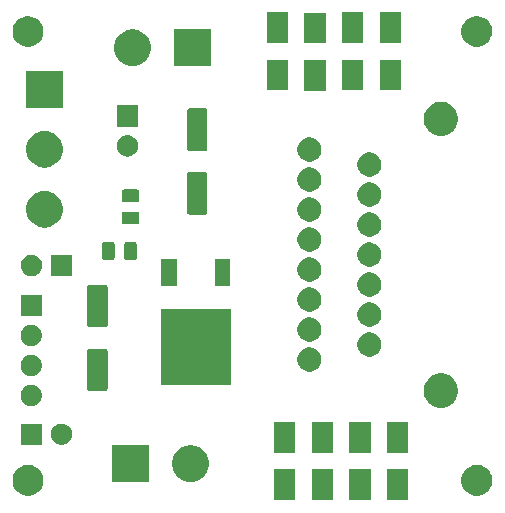
<source format=gbr>
G04 #@! TF.GenerationSoftware,KiCad,Pcbnew,5.1.5-52549c5~86~ubuntu16.04.1*
G04 #@! TF.CreationDate,2020-07-28T14:01:40+05:30*
G04 #@! TF.ProjectId,L298N_Motor_Driver_V1.0,4c323938-4e5f-44d6-9f74-6f725f447269,V1.0*
G04 #@! TF.SameCoordinates,Original*
G04 #@! TF.FileFunction,Soldermask,Top*
G04 #@! TF.FilePolarity,Negative*
%FSLAX46Y46*%
G04 Gerber Fmt 4.6, Leading zero omitted, Abs format (unit mm)*
G04 Created by KiCad (PCBNEW 5.1.5-52549c5~86~ubuntu16.04.1) date 2020-07-28 14:01:40*
%MOMM*%
%LPD*%
G04 APERTURE LIST*
%ADD10C,0.100000*%
G04 APERTURE END LIST*
D10*
G36*
X153478800Y-113079800D02*
G01*
X151676800Y-113079800D01*
X151676800Y-110477800D01*
X153478800Y-110477800D01*
X153478800Y-113079800D01*
G37*
G36*
X150278400Y-113054400D02*
G01*
X148476400Y-113054400D01*
X148476400Y-110452400D01*
X150278400Y-110452400D01*
X150278400Y-113054400D01*
G37*
G36*
X147103400Y-113054400D02*
G01*
X145301400Y-113054400D01*
X145301400Y-110452400D01*
X147103400Y-110452400D01*
X147103400Y-113054400D01*
G37*
G36*
X143877600Y-113054400D02*
G01*
X142075600Y-113054400D01*
X142075600Y-110452400D01*
X143877600Y-110452400D01*
X143877600Y-113054400D01*
G37*
G36*
X121649887Y-110140396D02*
G01*
X121886653Y-110238468D01*
X121886655Y-110238469D01*
X122099739Y-110380847D01*
X122280953Y-110562061D01*
X122384261Y-110716672D01*
X122423332Y-110775147D01*
X122521404Y-111011913D01*
X122571400Y-111263261D01*
X122571400Y-111519539D01*
X122521404Y-111770887D01*
X122423332Y-112007653D01*
X122423331Y-112007655D01*
X122280953Y-112220739D01*
X122099739Y-112401953D01*
X121886655Y-112544331D01*
X121886654Y-112544332D01*
X121886653Y-112544332D01*
X121649887Y-112642404D01*
X121398539Y-112692400D01*
X121142261Y-112692400D01*
X120890913Y-112642404D01*
X120654147Y-112544332D01*
X120654146Y-112544332D01*
X120654145Y-112544331D01*
X120441061Y-112401953D01*
X120259847Y-112220739D01*
X120117469Y-112007655D01*
X120117468Y-112007653D01*
X120019396Y-111770887D01*
X119969400Y-111519539D01*
X119969400Y-111263261D01*
X120019396Y-111011913D01*
X120117468Y-110775147D01*
X120156540Y-110716672D01*
X120259847Y-110562061D01*
X120441061Y-110380847D01*
X120654145Y-110238469D01*
X120654147Y-110238468D01*
X120890913Y-110140396D01*
X121142261Y-110090400D01*
X121398539Y-110090400D01*
X121649887Y-110140396D01*
G37*
G36*
X159649887Y-110140396D02*
G01*
X159886653Y-110238468D01*
X159886655Y-110238469D01*
X160099739Y-110380847D01*
X160280953Y-110562061D01*
X160384261Y-110716672D01*
X160423332Y-110775147D01*
X160521404Y-111011913D01*
X160571400Y-111263261D01*
X160571400Y-111519539D01*
X160521404Y-111770887D01*
X160423332Y-112007653D01*
X160423331Y-112007655D01*
X160280953Y-112220739D01*
X160099739Y-112401953D01*
X159886655Y-112544331D01*
X159886654Y-112544332D01*
X159886653Y-112544332D01*
X159649887Y-112642404D01*
X159398539Y-112692400D01*
X159142261Y-112692400D01*
X158890913Y-112642404D01*
X158654147Y-112544332D01*
X158654146Y-112544332D01*
X158654145Y-112544331D01*
X158441061Y-112401953D01*
X158259847Y-112220739D01*
X158117469Y-112007655D01*
X158117468Y-112007653D01*
X158019396Y-111770887D01*
X157969400Y-111519539D01*
X157969400Y-111263261D01*
X158019396Y-111011913D01*
X158117468Y-110775147D01*
X158156540Y-110716672D01*
X158259847Y-110562061D01*
X158441061Y-110380847D01*
X158654145Y-110238469D01*
X158654147Y-110238468D01*
X158890913Y-110140396D01*
X159142261Y-110090400D01*
X159398539Y-110090400D01*
X159649887Y-110140396D01*
G37*
G36*
X131497400Y-111533000D02*
G01*
X128395400Y-111533000D01*
X128395400Y-108431000D01*
X131497400Y-108431000D01*
X131497400Y-111533000D01*
G37*
G36*
X135328985Y-108460802D02*
G01*
X135478810Y-108490604D01*
X135761074Y-108607521D01*
X136015105Y-108777259D01*
X136231141Y-108993295D01*
X136400879Y-109247326D01*
X136517796Y-109529590D01*
X136577400Y-109829240D01*
X136577400Y-110134760D01*
X136517796Y-110434410D01*
X136400879Y-110716674D01*
X136231141Y-110970705D01*
X136015105Y-111186741D01*
X135761074Y-111356479D01*
X135478810Y-111473396D01*
X135328985Y-111503198D01*
X135179161Y-111533000D01*
X134873639Y-111533000D01*
X134723815Y-111503198D01*
X134573990Y-111473396D01*
X134291726Y-111356479D01*
X134037695Y-111186741D01*
X133821659Y-110970705D01*
X133651921Y-110716674D01*
X133535004Y-110434410D01*
X133475400Y-110134760D01*
X133475400Y-109829240D01*
X133535004Y-109529590D01*
X133651921Y-109247326D01*
X133821659Y-108993295D01*
X134037695Y-108777259D01*
X134291726Y-108607521D01*
X134573990Y-108490604D01*
X134723815Y-108460802D01*
X134873639Y-108431000D01*
X135179161Y-108431000D01*
X135328985Y-108460802D01*
G37*
G36*
X153478800Y-109079800D02*
G01*
X151676800Y-109079800D01*
X151676800Y-106477800D01*
X153478800Y-106477800D01*
X153478800Y-109079800D01*
G37*
G36*
X143877600Y-109054400D02*
G01*
X142075600Y-109054400D01*
X142075600Y-106452400D01*
X143877600Y-106452400D01*
X143877600Y-109054400D01*
G37*
G36*
X147103400Y-109054400D02*
G01*
X145301400Y-109054400D01*
X145301400Y-106452400D01*
X147103400Y-106452400D01*
X147103400Y-109054400D01*
G37*
G36*
X150278400Y-109054400D02*
G01*
X148476400Y-109054400D01*
X148476400Y-106452400D01*
X150278400Y-106452400D01*
X150278400Y-109054400D01*
G37*
G36*
X122465400Y-108393800D02*
G01*
X120663400Y-108393800D01*
X120663400Y-106591800D01*
X122465400Y-106591800D01*
X122465400Y-108393800D01*
G37*
G36*
X124217912Y-106596727D02*
G01*
X124367212Y-106626424D01*
X124531184Y-106694344D01*
X124678754Y-106792947D01*
X124804253Y-106918446D01*
X124902856Y-107066016D01*
X124970776Y-107229988D01*
X125005400Y-107404059D01*
X125005400Y-107581541D01*
X124970776Y-107755612D01*
X124902856Y-107919584D01*
X124804253Y-108067154D01*
X124678754Y-108192653D01*
X124531184Y-108291256D01*
X124367212Y-108359176D01*
X124217912Y-108388873D01*
X124193142Y-108393800D01*
X124015658Y-108393800D01*
X123990888Y-108388873D01*
X123841588Y-108359176D01*
X123677616Y-108291256D01*
X123530046Y-108192653D01*
X123404547Y-108067154D01*
X123305944Y-107919584D01*
X123238024Y-107755612D01*
X123203400Y-107581541D01*
X123203400Y-107404059D01*
X123238024Y-107229988D01*
X123305944Y-107066016D01*
X123404547Y-106918446D01*
X123530046Y-106792947D01*
X123677616Y-106694344D01*
X123841588Y-106626424D01*
X123990888Y-106596727D01*
X124015658Y-106591800D01*
X124193142Y-106591800D01*
X124217912Y-106596727D01*
G37*
G36*
X156654841Y-102408360D02*
G01*
X156918905Y-102517739D01*
X157156558Y-102676534D01*
X157358666Y-102878642D01*
X157517461Y-103116295D01*
X157626840Y-103380359D01*
X157682600Y-103660688D01*
X157682600Y-103946512D01*
X157626840Y-104226841D01*
X157517461Y-104490905D01*
X157358666Y-104728558D01*
X157156558Y-104930666D01*
X156918905Y-105089461D01*
X156654841Y-105198840D01*
X156374512Y-105254600D01*
X156088688Y-105254600D01*
X155808359Y-105198840D01*
X155544295Y-105089461D01*
X155306642Y-104930666D01*
X155104534Y-104728558D01*
X154945739Y-104490905D01*
X154836360Y-104226841D01*
X154780600Y-103946512D01*
X154780600Y-103660688D01*
X154836360Y-103380359D01*
X154945739Y-103116295D01*
X155104534Y-102878642D01*
X155306642Y-102676534D01*
X155544295Y-102517739D01*
X155808359Y-102408360D01*
X156088688Y-102352600D01*
X156374512Y-102352600D01*
X156654841Y-102408360D01*
G37*
G36*
X121652512Y-103320127D02*
G01*
X121801812Y-103349824D01*
X121965784Y-103417744D01*
X122113354Y-103516347D01*
X122238853Y-103641846D01*
X122337456Y-103789416D01*
X122405376Y-103953388D01*
X122440000Y-104127459D01*
X122440000Y-104304941D01*
X122405376Y-104479012D01*
X122337456Y-104642984D01*
X122238853Y-104790554D01*
X122113354Y-104916053D01*
X121965784Y-105014656D01*
X121801812Y-105082576D01*
X121652512Y-105112273D01*
X121627742Y-105117200D01*
X121450258Y-105117200D01*
X121425488Y-105112273D01*
X121276188Y-105082576D01*
X121112216Y-105014656D01*
X120964646Y-104916053D01*
X120839147Y-104790554D01*
X120740544Y-104642984D01*
X120672624Y-104479012D01*
X120638000Y-104304941D01*
X120638000Y-104127459D01*
X120672624Y-103953388D01*
X120740544Y-103789416D01*
X120839147Y-103641846D01*
X120964646Y-103516347D01*
X121112216Y-103417744D01*
X121276188Y-103349824D01*
X121425488Y-103320127D01*
X121450258Y-103315200D01*
X121627742Y-103315200D01*
X121652512Y-103320127D01*
G37*
G36*
X127858397Y-100242451D02*
G01*
X127892052Y-100252661D01*
X127923065Y-100269238D01*
X127950251Y-100291549D01*
X127972562Y-100318735D01*
X127989139Y-100349748D01*
X127999349Y-100383403D01*
X128003400Y-100424538D01*
X128003400Y-103654262D01*
X127999349Y-103695397D01*
X127989139Y-103729052D01*
X127972562Y-103760065D01*
X127950251Y-103787251D01*
X127923065Y-103809562D01*
X127892052Y-103826139D01*
X127858397Y-103836349D01*
X127817262Y-103840400D01*
X126487538Y-103840400D01*
X126446403Y-103836349D01*
X126412748Y-103826139D01*
X126381735Y-103809562D01*
X126354549Y-103787251D01*
X126332238Y-103760065D01*
X126315661Y-103729052D01*
X126305451Y-103695397D01*
X126301400Y-103654262D01*
X126301400Y-100424538D01*
X126305451Y-100383403D01*
X126315661Y-100349748D01*
X126332238Y-100318735D01*
X126354549Y-100291549D01*
X126381735Y-100269238D01*
X126412748Y-100252661D01*
X126446403Y-100242451D01*
X126487538Y-100238400D01*
X127817262Y-100238400D01*
X127858397Y-100242451D01*
G37*
G36*
X138434600Y-103369600D02*
G01*
X132532600Y-103369600D01*
X132532600Y-96867600D01*
X138434600Y-96867600D01*
X138434600Y-103369600D01*
G37*
G36*
X121652512Y-100780127D02*
G01*
X121801812Y-100809824D01*
X121965784Y-100877744D01*
X122113354Y-100976347D01*
X122238853Y-101101846D01*
X122337456Y-101249416D01*
X122405376Y-101413388D01*
X122440000Y-101587459D01*
X122440000Y-101764941D01*
X122405376Y-101939012D01*
X122337456Y-102102984D01*
X122238853Y-102250554D01*
X122113354Y-102376053D01*
X121965784Y-102474656D01*
X121801812Y-102542576D01*
X121652512Y-102572273D01*
X121627742Y-102577200D01*
X121450258Y-102577200D01*
X121425488Y-102572273D01*
X121276188Y-102542576D01*
X121112216Y-102474656D01*
X120964646Y-102376053D01*
X120839147Y-102250554D01*
X120740544Y-102102984D01*
X120672624Y-101939012D01*
X120638000Y-101764941D01*
X120638000Y-101587459D01*
X120672624Y-101413388D01*
X120740544Y-101249416D01*
X120839147Y-101101846D01*
X120964646Y-100976347D01*
X121112216Y-100877744D01*
X121276188Y-100809824D01*
X121425488Y-100780127D01*
X121450258Y-100775200D01*
X121627742Y-100775200D01*
X121652512Y-100780127D01*
G37*
G36*
X145384072Y-100181628D02*
G01*
X145570791Y-100258970D01*
X145570793Y-100258971D01*
X145738837Y-100371254D01*
X145881746Y-100514163D01*
X145907185Y-100552236D01*
X145994030Y-100682209D01*
X146071372Y-100868928D01*
X146110800Y-101067147D01*
X146110800Y-101269253D01*
X146071372Y-101467472D01*
X146021672Y-101587458D01*
X145994029Y-101654193D01*
X145881746Y-101822237D01*
X145738837Y-101965146D01*
X145570793Y-102077429D01*
X145570792Y-102077430D01*
X145570791Y-102077430D01*
X145384072Y-102154772D01*
X145185853Y-102194200D01*
X144983747Y-102194200D01*
X144785528Y-102154772D01*
X144598809Y-102077430D01*
X144598808Y-102077430D01*
X144598807Y-102077429D01*
X144430763Y-101965146D01*
X144287854Y-101822237D01*
X144175571Y-101654193D01*
X144147928Y-101587458D01*
X144098228Y-101467472D01*
X144058800Y-101269253D01*
X144058800Y-101067147D01*
X144098228Y-100868928D01*
X144175570Y-100682209D01*
X144262415Y-100552236D01*
X144287854Y-100514163D01*
X144430763Y-100371254D01*
X144598807Y-100258971D01*
X144598809Y-100258970D01*
X144785528Y-100181628D01*
X144983747Y-100142200D01*
X145185853Y-100142200D01*
X145384072Y-100181628D01*
G37*
G36*
X150464072Y-98911628D02*
G01*
X150650791Y-98988970D01*
X150650793Y-98988971D01*
X150818837Y-99101254D01*
X150961746Y-99244163D01*
X151065212Y-99399012D01*
X151074030Y-99412209D01*
X151151372Y-99598928D01*
X151190800Y-99797147D01*
X151190800Y-99999253D01*
X151151372Y-100197472D01*
X151102155Y-100316291D01*
X151074029Y-100384193D01*
X150961746Y-100552237D01*
X150818837Y-100695146D01*
X150650793Y-100807429D01*
X150650792Y-100807430D01*
X150650791Y-100807430D01*
X150464072Y-100884772D01*
X150265853Y-100924200D01*
X150063747Y-100924200D01*
X149865528Y-100884772D01*
X149678809Y-100807430D01*
X149678808Y-100807430D01*
X149678807Y-100807429D01*
X149510763Y-100695146D01*
X149367854Y-100552237D01*
X149255571Y-100384193D01*
X149227445Y-100316291D01*
X149178228Y-100197472D01*
X149138800Y-99999253D01*
X149138800Y-99797147D01*
X149178228Y-99598928D01*
X149255570Y-99412209D01*
X149264388Y-99399012D01*
X149367854Y-99244163D01*
X149510763Y-99101254D01*
X149678807Y-98988971D01*
X149678809Y-98988970D01*
X149865528Y-98911628D01*
X150063747Y-98872200D01*
X150265853Y-98872200D01*
X150464072Y-98911628D01*
G37*
G36*
X121652512Y-98240127D02*
G01*
X121801812Y-98269824D01*
X121965784Y-98337744D01*
X122113354Y-98436347D01*
X122238853Y-98561846D01*
X122337456Y-98709416D01*
X122405376Y-98873388D01*
X122440000Y-99047459D01*
X122440000Y-99224941D01*
X122405376Y-99399012D01*
X122337456Y-99562984D01*
X122238853Y-99710554D01*
X122113354Y-99836053D01*
X121965784Y-99934656D01*
X121801812Y-100002576D01*
X121652512Y-100032273D01*
X121627742Y-100037200D01*
X121450258Y-100037200D01*
X121425488Y-100032273D01*
X121276188Y-100002576D01*
X121112216Y-99934656D01*
X120964646Y-99836053D01*
X120839147Y-99710554D01*
X120740544Y-99562984D01*
X120672624Y-99399012D01*
X120638000Y-99224941D01*
X120638000Y-99047459D01*
X120672624Y-98873388D01*
X120740544Y-98709416D01*
X120839147Y-98561846D01*
X120964646Y-98436347D01*
X121112216Y-98337744D01*
X121276188Y-98269824D01*
X121425488Y-98240127D01*
X121450258Y-98235200D01*
X121627742Y-98235200D01*
X121652512Y-98240127D01*
G37*
G36*
X145384072Y-97641628D02*
G01*
X145570791Y-97718970D01*
X145570793Y-97718971D01*
X145738837Y-97831254D01*
X145881746Y-97974163D01*
X145907185Y-98012236D01*
X145994030Y-98142209D01*
X146071372Y-98328928D01*
X146110800Y-98527147D01*
X146110800Y-98729253D01*
X146071372Y-98927472D01*
X146045898Y-98988971D01*
X145994029Y-99114193D01*
X145881746Y-99282237D01*
X145738837Y-99425146D01*
X145570793Y-99537429D01*
X145570792Y-99537430D01*
X145570791Y-99537430D01*
X145384072Y-99614772D01*
X145185853Y-99654200D01*
X144983747Y-99654200D01*
X144785528Y-99614772D01*
X144598809Y-99537430D01*
X144598808Y-99537430D01*
X144598807Y-99537429D01*
X144430763Y-99425146D01*
X144287854Y-99282237D01*
X144175571Y-99114193D01*
X144123702Y-98988971D01*
X144098228Y-98927472D01*
X144058800Y-98729253D01*
X144058800Y-98527147D01*
X144098228Y-98328928D01*
X144175570Y-98142209D01*
X144262415Y-98012236D01*
X144287854Y-97974163D01*
X144430763Y-97831254D01*
X144598807Y-97718971D01*
X144598809Y-97718970D01*
X144785528Y-97641628D01*
X144983747Y-97602200D01*
X145185853Y-97602200D01*
X145384072Y-97641628D01*
G37*
G36*
X127858397Y-94842451D02*
G01*
X127892052Y-94852661D01*
X127923065Y-94869238D01*
X127950251Y-94891549D01*
X127972562Y-94918735D01*
X127989139Y-94949748D01*
X127999349Y-94983403D01*
X128003400Y-95024538D01*
X128003400Y-98254262D01*
X127999349Y-98295397D01*
X127989139Y-98329052D01*
X127972562Y-98360065D01*
X127950251Y-98387251D01*
X127923065Y-98409562D01*
X127892052Y-98426139D01*
X127858397Y-98436349D01*
X127817262Y-98440400D01*
X126487538Y-98440400D01*
X126446403Y-98436349D01*
X126412748Y-98426139D01*
X126381735Y-98409562D01*
X126354549Y-98387251D01*
X126332238Y-98360065D01*
X126315661Y-98329052D01*
X126305451Y-98295397D01*
X126301400Y-98254262D01*
X126301400Y-95024538D01*
X126305451Y-94983403D01*
X126315661Y-94949748D01*
X126332238Y-94918735D01*
X126354549Y-94891549D01*
X126381735Y-94869238D01*
X126412748Y-94852661D01*
X126446403Y-94842451D01*
X126487538Y-94838400D01*
X127817262Y-94838400D01*
X127858397Y-94842451D01*
G37*
G36*
X150464072Y-96371628D02*
G01*
X150650791Y-96448970D01*
X150650793Y-96448971D01*
X150818837Y-96561254D01*
X150961746Y-96704163D01*
X151074029Y-96872207D01*
X151074030Y-96872209D01*
X151151372Y-97058928D01*
X151190800Y-97257147D01*
X151190800Y-97459253D01*
X151151372Y-97657472D01*
X151125898Y-97718971D01*
X151074029Y-97844193D01*
X150961746Y-98012237D01*
X150818837Y-98155146D01*
X150650793Y-98267429D01*
X150650792Y-98267430D01*
X150650791Y-98267430D01*
X150464072Y-98344772D01*
X150265853Y-98384200D01*
X150063747Y-98384200D01*
X149865528Y-98344772D01*
X149678809Y-98267430D01*
X149678808Y-98267430D01*
X149678807Y-98267429D01*
X149510763Y-98155146D01*
X149367854Y-98012237D01*
X149255571Y-97844193D01*
X149203702Y-97718971D01*
X149178228Y-97657472D01*
X149138800Y-97459253D01*
X149138800Y-97257147D01*
X149178228Y-97058928D01*
X149255570Y-96872209D01*
X149255571Y-96872207D01*
X149367854Y-96704163D01*
X149510763Y-96561254D01*
X149678807Y-96448971D01*
X149678809Y-96448970D01*
X149865528Y-96371628D01*
X150063747Y-96332200D01*
X150265853Y-96332200D01*
X150464072Y-96371628D01*
G37*
G36*
X122440000Y-97497200D02*
G01*
X120638000Y-97497200D01*
X120638000Y-95695200D01*
X122440000Y-95695200D01*
X122440000Y-97497200D01*
G37*
G36*
X145384072Y-95101628D02*
G01*
X145570791Y-95178970D01*
X145570793Y-95178971D01*
X145738837Y-95291254D01*
X145881746Y-95434163D01*
X145907185Y-95472236D01*
X145994030Y-95602209D01*
X146071372Y-95788928D01*
X146110800Y-95987147D01*
X146110800Y-96189253D01*
X146071372Y-96387472D01*
X146045898Y-96448971D01*
X145994029Y-96574193D01*
X145881746Y-96742237D01*
X145738837Y-96885146D01*
X145570793Y-96997429D01*
X145570792Y-96997430D01*
X145570791Y-96997430D01*
X145384072Y-97074772D01*
X145185853Y-97114200D01*
X144983747Y-97114200D01*
X144785528Y-97074772D01*
X144598809Y-96997430D01*
X144598808Y-96997430D01*
X144598807Y-96997429D01*
X144430763Y-96885146D01*
X144287854Y-96742237D01*
X144175571Y-96574193D01*
X144123702Y-96448971D01*
X144098228Y-96387472D01*
X144058800Y-96189253D01*
X144058800Y-95987147D01*
X144098228Y-95788928D01*
X144175570Y-95602209D01*
X144262415Y-95472236D01*
X144287854Y-95434163D01*
X144430763Y-95291254D01*
X144598807Y-95178971D01*
X144598809Y-95178970D01*
X144785528Y-95101628D01*
X144983747Y-95062200D01*
X145185853Y-95062200D01*
X145384072Y-95101628D01*
G37*
G36*
X150464072Y-93831628D02*
G01*
X150650791Y-93908970D01*
X150650793Y-93908971D01*
X150818837Y-94021254D01*
X150961746Y-94164163D01*
X150987185Y-94202236D01*
X151074030Y-94332209D01*
X151151372Y-94518928D01*
X151190800Y-94717147D01*
X151190800Y-94919253D01*
X151151372Y-95117472D01*
X151125898Y-95178971D01*
X151074029Y-95304193D01*
X150961746Y-95472237D01*
X150818837Y-95615146D01*
X150650793Y-95727429D01*
X150650792Y-95727430D01*
X150650791Y-95727430D01*
X150464072Y-95804772D01*
X150265853Y-95844200D01*
X150063747Y-95844200D01*
X149865528Y-95804772D01*
X149678809Y-95727430D01*
X149678808Y-95727430D01*
X149678807Y-95727429D01*
X149510763Y-95615146D01*
X149367854Y-95472237D01*
X149255571Y-95304193D01*
X149203702Y-95178971D01*
X149178228Y-95117472D01*
X149138800Y-94919253D01*
X149138800Y-94717147D01*
X149178228Y-94518928D01*
X149255570Y-94332209D01*
X149342415Y-94202236D01*
X149367854Y-94164163D01*
X149510763Y-94021254D01*
X149678807Y-93908971D01*
X149678809Y-93908970D01*
X149865528Y-93831628D01*
X150063747Y-93792200D01*
X150265853Y-93792200D01*
X150464072Y-93831628D01*
G37*
G36*
X138414600Y-94969600D02*
G01*
X137112600Y-94969600D01*
X137112600Y-92667600D01*
X138414600Y-92667600D01*
X138414600Y-94969600D01*
G37*
G36*
X133854600Y-94969600D02*
G01*
X132552600Y-94969600D01*
X132552600Y-92667600D01*
X133854600Y-92667600D01*
X133854600Y-94969600D01*
G37*
G36*
X145384072Y-92561628D02*
G01*
X145554391Y-92632177D01*
X145570793Y-92638971D01*
X145738837Y-92751254D01*
X145881746Y-92894163D01*
X145905550Y-92929789D01*
X145994030Y-93062209D01*
X146071372Y-93248928D01*
X146110800Y-93447147D01*
X146110800Y-93649253D01*
X146071372Y-93847472D01*
X146045898Y-93908971D01*
X145994029Y-94034193D01*
X145881746Y-94202237D01*
X145738837Y-94345146D01*
X145570793Y-94457429D01*
X145570792Y-94457430D01*
X145570791Y-94457430D01*
X145384072Y-94534772D01*
X145185853Y-94574200D01*
X144983747Y-94574200D01*
X144785528Y-94534772D01*
X144598809Y-94457430D01*
X144598808Y-94457430D01*
X144598807Y-94457429D01*
X144430763Y-94345146D01*
X144287854Y-94202237D01*
X144175571Y-94034193D01*
X144123702Y-93908971D01*
X144098228Y-93847472D01*
X144058800Y-93649253D01*
X144058800Y-93447147D01*
X144098228Y-93248928D01*
X144175570Y-93062209D01*
X144264050Y-92929789D01*
X144287854Y-92894163D01*
X144430763Y-92751254D01*
X144598807Y-92638971D01*
X144615209Y-92632177D01*
X144785528Y-92561628D01*
X144983747Y-92522200D01*
X145185853Y-92522200D01*
X145384072Y-92561628D01*
G37*
G36*
X121677912Y-92296527D02*
G01*
X121827212Y-92326224D01*
X121991184Y-92394144D01*
X122138754Y-92492747D01*
X122264253Y-92618246D01*
X122362856Y-92765816D01*
X122430776Y-92929788D01*
X122465400Y-93103859D01*
X122465400Y-93281341D01*
X122430776Y-93455412D01*
X122362856Y-93619384D01*
X122264253Y-93766954D01*
X122138754Y-93892453D01*
X121991184Y-93991056D01*
X121827212Y-94058976D01*
X121677912Y-94088673D01*
X121653142Y-94093600D01*
X121475658Y-94093600D01*
X121450888Y-94088673D01*
X121301588Y-94058976D01*
X121137616Y-93991056D01*
X120990046Y-93892453D01*
X120864547Y-93766954D01*
X120765944Y-93619384D01*
X120698024Y-93455412D01*
X120663400Y-93281341D01*
X120663400Y-93103859D01*
X120698024Y-92929788D01*
X120765944Y-92765816D01*
X120864547Y-92618246D01*
X120990046Y-92492747D01*
X121137616Y-92394144D01*
X121301588Y-92326224D01*
X121450888Y-92296527D01*
X121475658Y-92291600D01*
X121653142Y-92291600D01*
X121677912Y-92296527D01*
G37*
G36*
X125005400Y-94093600D02*
G01*
X123203400Y-94093600D01*
X123203400Y-92291600D01*
X125005400Y-92291600D01*
X125005400Y-94093600D01*
G37*
G36*
X150464072Y-91291628D02*
G01*
X150605626Y-91350262D01*
X150650793Y-91368971D01*
X150818837Y-91481254D01*
X150961746Y-91624163D01*
X150987185Y-91662236D01*
X151074030Y-91792209D01*
X151151372Y-91978928D01*
X151190800Y-92177147D01*
X151190800Y-92379253D01*
X151151372Y-92577472D01*
X151109308Y-92679023D01*
X151074029Y-92764193D01*
X150961746Y-92932237D01*
X150818837Y-93075146D01*
X150650793Y-93187429D01*
X150650792Y-93187430D01*
X150650791Y-93187430D01*
X150464072Y-93264772D01*
X150265853Y-93304200D01*
X150063747Y-93304200D01*
X149865528Y-93264772D01*
X149678809Y-93187430D01*
X149678808Y-93187430D01*
X149678807Y-93187429D01*
X149510763Y-93075146D01*
X149367854Y-92932237D01*
X149255571Y-92764193D01*
X149220292Y-92679023D01*
X149178228Y-92577472D01*
X149138800Y-92379253D01*
X149138800Y-92177147D01*
X149178228Y-91978928D01*
X149255570Y-91792209D01*
X149342415Y-91662236D01*
X149367854Y-91624163D01*
X149510763Y-91481254D01*
X149678807Y-91368971D01*
X149723974Y-91350262D01*
X149865528Y-91291628D01*
X150063747Y-91252200D01*
X150265853Y-91252200D01*
X150464072Y-91291628D01*
G37*
G36*
X130318368Y-91226965D02*
G01*
X130357038Y-91238696D01*
X130392677Y-91257746D01*
X130423917Y-91283383D01*
X130449554Y-91314623D01*
X130468604Y-91350262D01*
X130480335Y-91388932D01*
X130484900Y-91435288D01*
X130484900Y-92511512D01*
X130480335Y-92557868D01*
X130468604Y-92596538D01*
X130449554Y-92632177D01*
X130423917Y-92663417D01*
X130392677Y-92689054D01*
X130357038Y-92708104D01*
X130318368Y-92719835D01*
X130272012Y-92724400D01*
X129620788Y-92724400D01*
X129574432Y-92719835D01*
X129535762Y-92708104D01*
X129500123Y-92689054D01*
X129468883Y-92663417D01*
X129443246Y-92632177D01*
X129424196Y-92596538D01*
X129412465Y-92557868D01*
X129407900Y-92511512D01*
X129407900Y-91435288D01*
X129412465Y-91388932D01*
X129424196Y-91350262D01*
X129443246Y-91314623D01*
X129468883Y-91283383D01*
X129500123Y-91257746D01*
X129535762Y-91238696D01*
X129574432Y-91226965D01*
X129620788Y-91222400D01*
X130272012Y-91222400D01*
X130318368Y-91226965D01*
G37*
G36*
X128443368Y-91226965D02*
G01*
X128482038Y-91238696D01*
X128517677Y-91257746D01*
X128548917Y-91283383D01*
X128574554Y-91314623D01*
X128593604Y-91350262D01*
X128605335Y-91388932D01*
X128609900Y-91435288D01*
X128609900Y-92511512D01*
X128605335Y-92557868D01*
X128593604Y-92596538D01*
X128574554Y-92632177D01*
X128548917Y-92663417D01*
X128517677Y-92689054D01*
X128482038Y-92708104D01*
X128443368Y-92719835D01*
X128397012Y-92724400D01*
X127745788Y-92724400D01*
X127699432Y-92719835D01*
X127660762Y-92708104D01*
X127625123Y-92689054D01*
X127593883Y-92663417D01*
X127568246Y-92632177D01*
X127549196Y-92596538D01*
X127537465Y-92557868D01*
X127532900Y-92511512D01*
X127532900Y-91435288D01*
X127537465Y-91388932D01*
X127549196Y-91350262D01*
X127568246Y-91314623D01*
X127593883Y-91283383D01*
X127625123Y-91257746D01*
X127660762Y-91238696D01*
X127699432Y-91226965D01*
X127745788Y-91222400D01*
X128397012Y-91222400D01*
X128443368Y-91226965D01*
G37*
G36*
X145384072Y-90021628D02*
G01*
X145570791Y-90098970D01*
X145570793Y-90098971D01*
X145738837Y-90211254D01*
X145881746Y-90354163D01*
X145907185Y-90392236D01*
X145994030Y-90522209D01*
X146071372Y-90708928D01*
X146110800Y-90907147D01*
X146110800Y-91109253D01*
X146071372Y-91307472D01*
X145994030Y-91494191D01*
X145994029Y-91494193D01*
X145881746Y-91662237D01*
X145738837Y-91805146D01*
X145570793Y-91917429D01*
X145570792Y-91917430D01*
X145570791Y-91917430D01*
X145384072Y-91994772D01*
X145185853Y-92034200D01*
X144983747Y-92034200D01*
X144785528Y-91994772D01*
X144598809Y-91917430D01*
X144598808Y-91917430D01*
X144598807Y-91917429D01*
X144430763Y-91805146D01*
X144287854Y-91662237D01*
X144175571Y-91494193D01*
X144175570Y-91494191D01*
X144098228Y-91307472D01*
X144058800Y-91109253D01*
X144058800Y-90907147D01*
X144098228Y-90708928D01*
X144175570Y-90522209D01*
X144262415Y-90392236D01*
X144287854Y-90354163D01*
X144430763Y-90211254D01*
X144598807Y-90098971D01*
X144598809Y-90098970D01*
X144785528Y-90021628D01*
X144983747Y-89982200D01*
X145185853Y-89982200D01*
X145384072Y-90021628D01*
G37*
G36*
X150464072Y-88751628D02*
G01*
X150646781Y-88827309D01*
X150650793Y-88828971D01*
X150818837Y-88941254D01*
X150961746Y-89084163D01*
X151024094Y-89177474D01*
X151074030Y-89252209D01*
X151151372Y-89438928D01*
X151190800Y-89637147D01*
X151190800Y-89839253D01*
X151151372Y-90037472D01*
X151125898Y-90098971D01*
X151074029Y-90224193D01*
X150961746Y-90392237D01*
X150818837Y-90535146D01*
X150650793Y-90647429D01*
X150650792Y-90647430D01*
X150650791Y-90647430D01*
X150464072Y-90724772D01*
X150265853Y-90764200D01*
X150063747Y-90764200D01*
X149865528Y-90724772D01*
X149678809Y-90647430D01*
X149678808Y-90647430D01*
X149678807Y-90647429D01*
X149510763Y-90535146D01*
X149367854Y-90392237D01*
X149255571Y-90224193D01*
X149203702Y-90098971D01*
X149178228Y-90037472D01*
X149138800Y-89839253D01*
X149138800Y-89637147D01*
X149178228Y-89438928D01*
X149255570Y-89252209D01*
X149305506Y-89177474D01*
X149367854Y-89084163D01*
X149510763Y-88941254D01*
X149678807Y-88828971D01*
X149682819Y-88827309D01*
X149865528Y-88751628D01*
X150063747Y-88712200D01*
X150265853Y-88712200D01*
X150464072Y-88751628D01*
G37*
G36*
X122924843Y-86914771D02*
G01*
X123109010Y-86951404D01*
X123391274Y-87068321D01*
X123645305Y-87238059D01*
X123861341Y-87454095D01*
X124031079Y-87708126D01*
X124147996Y-87990390D01*
X124207600Y-88290040D01*
X124207600Y-88595560D01*
X124147996Y-88895210D01*
X124031079Y-89177474D01*
X123861341Y-89431505D01*
X123645305Y-89647541D01*
X123391274Y-89817279D01*
X123109010Y-89934196D01*
X122959185Y-89963998D01*
X122809361Y-89993800D01*
X122503839Y-89993800D01*
X122354015Y-89963998D01*
X122204190Y-89934196D01*
X121921926Y-89817279D01*
X121667895Y-89647541D01*
X121451859Y-89431505D01*
X121282121Y-89177474D01*
X121165204Y-88895210D01*
X121105600Y-88595560D01*
X121105600Y-88290040D01*
X121165204Y-87990390D01*
X121282121Y-87708126D01*
X121451859Y-87454095D01*
X121667895Y-87238059D01*
X121921926Y-87068321D01*
X122204190Y-86951404D01*
X122388357Y-86914771D01*
X122503839Y-86891800D01*
X122809361Y-86891800D01*
X122924843Y-86914771D01*
G37*
G36*
X130530868Y-88645465D02*
G01*
X130569538Y-88657196D01*
X130605177Y-88676246D01*
X130636417Y-88701883D01*
X130662054Y-88733123D01*
X130681104Y-88768762D01*
X130692835Y-88807432D01*
X130697400Y-88853788D01*
X130697400Y-89505012D01*
X130692835Y-89551368D01*
X130681104Y-89590038D01*
X130662054Y-89625677D01*
X130636417Y-89656917D01*
X130605177Y-89682554D01*
X130569538Y-89701604D01*
X130530868Y-89713335D01*
X130484512Y-89717900D01*
X129408288Y-89717900D01*
X129361932Y-89713335D01*
X129323262Y-89701604D01*
X129287623Y-89682554D01*
X129256383Y-89656917D01*
X129230746Y-89625677D01*
X129211696Y-89590038D01*
X129199965Y-89551368D01*
X129195400Y-89505012D01*
X129195400Y-88853788D01*
X129199965Y-88807432D01*
X129211696Y-88768762D01*
X129230746Y-88733123D01*
X129256383Y-88701883D01*
X129287623Y-88676246D01*
X129323262Y-88657196D01*
X129361932Y-88645465D01*
X129408288Y-88640900D01*
X130484512Y-88640900D01*
X130530868Y-88645465D01*
G37*
G36*
X145384072Y-87481628D02*
G01*
X145570791Y-87558970D01*
X145570793Y-87558971D01*
X145738837Y-87671254D01*
X145881746Y-87814163D01*
X145897490Y-87837726D01*
X145994030Y-87982209D01*
X146071372Y-88168928D01*
X146110800Y-88367147D01*
X146110800Y-88569253D01*
X146071372Y-88767472D01*
X146016001Y-88901149D01*
X145994029Y-88954193D01*
X145881746Y-89122237D01*
X145738837Y-89265146D01*
X145570793Y-89377429D01*
X145570792Y-89377430D01*
X145570791Y-89377430D01*
X145384072Y-89454772D01*
X145185853Y-89494200D01*
X144983747Y-89494200D01*
X144785528Y-89454772D01*
X144598809Y-89377430D01*
X144598808Y-89377430D01*
X144598807Y-89377429D01*
X144430763Y-89265146D01*
X144287854Y-89122237D01*
X144175571Y-88954193D01*
X144153599Y-88901149D01*
X144098228Y-88767472D01*
X144058800Y-88569253D01*
X144058800Y-88367147D01*
X144098228Y-88168928D01*
X144175570Y-87982209D01*
X144272110Y-87837726D01*
X144287854Y-87814163D01*
X144430763Y-87671254D01*
X144598807Y-87558971D01*
X144598809Y-87558970D01*
X144785528Y-87481628D01*
X144983747Y-87442200D01*
X145185853Y-87442200D01*
X145384072Y-87481628D01*
G37*
G36*
X136316597Y-85307251D02*
G01*
X136350252Y-85317461D01*
X136381265Y-85334038D01*
X136408451Y-85356349D01*
X136430762Y-85383535D01*
X136447339Y-85414548D01*
X136457549Y-85448203D01*
X136461600Y-85489338D01*
X136461600Y-88719062D01*
X136457549Y-88760197D01*
X136447339Y-88793852D01*
X136430762Y-88824865D01*
X136408451Y-88852051D01*
X136381265Y-88874362D01*
X136350252Y-88890939D01*
X136316597Y-88901149D01*
X136275462Y-88905200D01*
X134945738Y-88905200D01*
X134904603Y-88901149D01*
X134870948Y-88890939D01*
X134839935Y-88874362D01*
X134812749Y-88852051D01*
X134790438Y-88824865D01*
X134773861Y-88793852D01*
X134763651Y-88760197D01*
X134759600Y-88719062D01*
X134759600Y-85489338D01*
X134763651Y-85448203D01*
X134773861Y-85414548D01*
X134790438Y-85383535D01*
X134812749Y-85356349D01*
X134839935Y-85334038D01*
X134870948Y-85317461D01*
X134904603Y-85307251D01*
X134945738Y-85303200D01*
X136275462Y-85303200D01*
X136316597Y-85307251D01*
G37*
G36*
X150464072Y-86211628D02*
G01*
X150650791Y-86288970D01*
X150650793Y-86288971D01*
X150818837Y-86401254D01*
X150961746Y-86544163D01*
X150987185Y-86582236D01*
X151074030Y-86712209D01*
X151151372Y-86898928D01*
X151190800Y-87097147D01*
X151190800Y-87299253D01*
X151151372Y-87497472D01*
X151098060Y-87626178D01*
X151074029Y-87684193D01*
X150961746Y-87852237D01*
X150818837Y-87995146D01*
X150650793Y-88107429D01*
X150650792Y-88107430D01*
X150650791Y-88107430D01*
X150464072Y-88184772D01*
X150265853Y-88224200D01*
X150063747Y-88224200D01*
X149865528Y-88184772D01*
X149678809Y-88107430D01*
X149678808Y-88107430D01*
X149678807Y-88107429D01*
X149510763Y-87995146D01*
X149367854Y-87852237D01*
X149255571Y-87684193D01*
X149231540Y-87626178D01*
X149178228Y-87497472D01*
X149138800Y-87299253D01*
X149138800Y-87097147D01*
X149178228Y-86898928D01*
X149255570Y-86712209D01*
X149342415Y-86582236D01*
X149367854Y-86544163D01*
X149510763Y-86401254D01*
X149678807Y-86288971D01*
X149678809Y-86288970D01*
X149865528Y-86211628D01*
X150063747Y-86172200D01*
X150265853Y-86172200D01*
X150464072Y-86211628D01*
G37*
G36*
X130530868Y-86770465D02*
G01*
X130569538Y-86782196D01*
X130605177Y-86801246D01*
X130636417Y-86826883D01*
X130662054Y-86858123D01*
X130681104Y-86893762D01*
X130692835Y-86932432D01*
X130697400Y-86978788D01*
X130697400Y-87630012D01*
X130692835Y-87676368D01*
X130681104Y-87715038D01*
X130662054Y-87750677D01*
X130636417Y-87781917D01*
X130605177Y-87807554D01*
X130569538Y-87826604D01*
X130530868Y-87838335D01*
X130484512Y-87842900D01*
X129408288Y-87842900D01*
X129361932Y-87838335D01*
X129323262Y-87826604D01*
X129287623Y-87807554D01*
X129256383Y-87781917D01*
X129230746Y-87750677D01*
X129211696Y-87715038D01*
X129199965Y-87676368D01*
X129195400Y-87630012D01*
X129195400Y-86978788D01*
X129199965Y-86932432D01*
X129211696Y-86893762D01*
X129230746Y-86858123D01*
X129256383Y-86826883D01*
X129287623Y-86801246D01*
X129323262Y-86782196D01*
X129361932Y-86770465D01*
X129408288Y-86765900D01*
X130484512Y-86765900D01*
X130530868Y-86770465D01*
G37*
G36*
X145384072Y-84941628D02*
G01*
X145570791Y-85018970D01*
X145570793Y-85018971D01*
X145738837Y-85131254D01*
X145881746Y-85274163D01*
X145994029Y-85442207D01*
X145994030Y-85442209D01*
X146071372Y-85628928D01*
X146110800Y-85827147D01*
X146110800Y-86029253D01*
X146071372Y-86227472D01*
X146045898Y-86288971D01*
X145994029Y-86414193D01*
X145881746Y-86582237D01*
X145738837Y-86725146D01*
X145570793Y-86837429D01*
X145570792Y-86837430D01*
X145570791Y-86837430D01*
X145384072Y-86914772D01*
X145185853Y-86954200D01*
X144983747Y-86954200D01*
X144785528Y-86914772D01*
X144598809Y-86837430D01*
X144598808Y-86837430D01*
X144598807Y-86837429D01*
X144430763Y-86725146D01*
X144287854Y-86582237D01*
X144175571Y-86414193D01*
X144123702Y-86288971D01*
X144098228Y-86227472D01*
X144058800Y-86029253D01*
X144058800Y-85827147D01*
X144098228Y-85628928D01*
X144175570Y-85442209D01*
X144175571Y-85442207D01*
X144287854Y-85274163D01*
X144430763Y-85131254D01*
X144598807Y-85018971D01*
X144598809Y-85018970D01*
X144785528Y-84941628D01*
X144983747Y-84902200D01*
X145185853Y-84902200D01*
X145384072Y-84941628D01*
G37*
G36*
X150464072Y-83671628D02*
G01*
X150650791Y-83748970D01*
X150650793Y-83748971D01*
X150818837Y-83861254D01*
X150961746Y-84004163D01*
X151024094Y-84097474D01*
X151074030Y-84172209D01*
X151151372Y-84358928D01*
X151190800Y-84557147D01*
X151190800Y-84759253D01*
X151151372Y-84957472D01*
X151125898Y-85018971D01*
X151074029Y-85144193D01*
X150961746Y-85312237D01*
X150818837Y-85455146D01*
X150650793Y-85567429D01*
X150650792Y-85567430D01*
X150650791Y-85567430D01*
X150464072Y-85644772D01*
X150265853Y-85684200D01*
X150063747Y-85684200D01*
X149865528Y-85644772D01*
X149678809Y-85567430D01*
X149678808Y-85567430D01*
X149678807Y-85567429D01*
X149510763Y-85455146D01*
X149367854Y-85312237D01*
X149255571Y-85144193D01*
X149203702Y-85018971D01*
X149178228Y-84957472D01*
X149138800Y-84759253D01*
X149138800Y-84557147D01*
X149178228Y-84358928D01*
X149255570Y-84172209D01*
X149305506Y-84097474D01*
X149367854Y-84004163D01*
X149510763Y-83861254D01*
X149678807Y-83748971D01*
X149678809Y-83748970D01*
X149865528Y-83671628D01*
X150063747Y-83632200D01*
X150265853Y-83632200D01*
X150464072Y-83671628D01*
G37*
G36*
X122959185Y-81841602D02*
G01*
X123109010Y-81871404D01*
X123391274Y-81988321D01*
X123645305Y-82158059D01*
X123861341Y-82374095D01*
X124031079Y-82628126D01*
X124144607Y-82902209D01*
X124147996Y-82910391D01*
X124200062Y-83172141D01*
X124207600Y-83210040D01*
X124207600Y-83515560D01*
X124147996Y-83815210D01*
X124031079Y-84097474D01*
X123861341Y-84351505D01*
X123645305Y-84567541D01*
X123391274Y-84737279D01*
X123109010Y-84854196D01*
X122959185Y-84883998D01*
X122809361Y-84913800D01*
X122503839Y-84913800D01*
X122354015Y-84883998D01*
X122204190Y-84854196D01*
X121921926Y-84737279D01*
X121667895Y-84567541D01*
X121451859Y-84351505D01*
X121282121Y-84097474D01*
X121165204Y-83815210D01*
X121105600Y-83515560D01*
X121105600Y-83210040D01*
X121113139Y-83172141D01*
X121165204Y-82910391D01*
X121168593Y-82902209D01*
X121282121Y-82628126D01*
X121451859Y-82374095D01*
X121667895Y-82158059D01*
X121921926Y-81988321D01*
X122204190Y-81871404D01*
X122354015Y-81841602D01*
X122503839Y-81811800D01*
X122809361Y-81811800D01*
X122959185Y-81841602D01*
G37*
G36*
X145384072Y-82401628D02*
G01*
X145570791Y-82478970D01*
X145570793Y-82478971D01*
X145738837Y-82591254D01*
X145881746Y-82734163D01*
X145994029Y-82902207D01*
X145994030Y-82902209D01*
X146071372Y-83088928D01*
X146110800Y-83287147D01*
X146110800Y-83489253D01*
X146071372Y-83687472D01*
X146045898Y-83748971D01*
X145994029Y-83874193D01*
X145881746Y-84042237D01*
X145738837Y-84185146D01*
X145570793Y-84297429D01*
X145570792Y-84297430D01*
X145570791Y-84297430D01*
X145384072Y-84374772D01*
X145185853Y-84414200D01*
X144983747Y-84414200D01*
X144785528Y-84374772D01*
X144598809Y-84297430D01*
X144598808Y-84297430D01*
X144598807Y-84297429D01*
X144430763Y-84185146D01*
X144287854Y-84042237D01*
X144175571Y-83874193D01*
X144123702Y-83748971D01*
X144098228Y-83687472D01*
X144058800Y-83489253D01*
X144058800Y-83287147D01*
X144098228Y-83088928D01*
X144175570Y-82902209D01*
X144175571Y-82902207D01*
X144287854Y-82734163D01*
X144430763Y-82591254D01*
X144598807Y-82478971D01*
X144598809Y-82478970D01*
X144785528Y-82401628D01*
X144983747Y-82362200D01*
X145185853Y-82362200D01*
X145384072Y-82401628D01*
G37*
G36*
X129805912Y-82187327D02*
G01*
X129955212Y-82217024D01*
X130119184Y-82284944D01*
X130266754Y-82383547D01*
X130392253Y-82509046D01*
X130490856Y-82656616D01*
X130558776Y-82820588D01*
X130593400Y-82994659D01*
X130593400Y-83172141D01*
X130558776Y-83346212D01*
X130490856Y-83510184D01*
X130392253Y-83657754D01*
X130266754Y-83783253D01*
X130119184Y-83881856D01*
X129955212Y-83949776D01*
X129805912Y-83979473D01*
X129781142Y-83984400D01*
X129603658Y-83984400D01*
X129578888Y-83979473D01*
X129429588Y-83949776D01*
X129265616Y-83881856D01*
X129118046Y-83783253D01*
X128992547Y-83657754D01*
X128893944Y-83510184D01*
X128826024Y-83346212D01*
X128791400Y-83172141D01*
X128791400Y-82994659D01*
X128826024Y-82820588D01*
X128893944Y-82656616D01*
X128992547Y-82509046D01*
X129118046Y-82383547D01*
X129265616Y-82284944D01*
X129429588Y-82217024D01*
X129578888Y-82187327D01*
X129603658Y-82182400D01*
X129781142Y-82182400D01*
X129805912Y-82187327D01*
G37*
G36*
X136316597Y-79907251D02*
G01*
X136350252Y-79917461D01*
X136381265Y-79934038D01*
X136408451Y-79956349D01*
X136430762Y-79983535D01*
X136447339Y-80014548D01*
X136457549Y-80048203D01*
X136461600Y-80089338D01*
X136461600Y-83319062D01*
X136457549Y-83360197D01*
X136447339Y-83393852D01*
X136430762Y-83424865D01*
X136408451Y-83452051D01*
X136381265Y-83474362D01*
X136350252Y-83490939D01*
X136316597Y-83501149D01*
X136275462Y-83505200D01*
X134945738Y-83505200D01*
X134904603Y-83501149D01*
X134870948Y-83490939D01*
X134839935Y-83474362D01*
X134812749Y-83452051D01*
X134790438Y-83424865D01*
X134773861Y-83393852D01*
X134763651Y-83360197D01*
X134759600Y-83319062D01*
X134759600Y-80089338D01*
X134763651Y-80048203D01*
X134773861Y-80014548D01*
X134790438Y-79983535D01*
X134812749Y-79956349D01*
X134839935Y-79934038D01*
X134870948Y-79917461D01*
X134904603Y-79907251D01*
X134945738Y-79903200D01*
X136275462Y-79903200D01*
X136316597Y-79907251D01*
G37*
G36*
X156654841Y-79408360D02*
G01*
X156918905Y-79517739D01*
X157156558Y-79676534D01*
X157358666Y-79878642D01*
X157517461Y-80116295D01*
X157626840Y-80380359D01*
X157682600Y-80660688D01*
X157682600Y-80946512D01*
X157626840Y-81226841D01*
X157517461Y-81490905D01*
X157358666Y-81728558D01*
X157156558Y-81930666D01*
X156918905Y-82089461D01*
X156654841Y-82198840D01*
X156374512Y-82254600D01*
X156088688Y-82254600D01*
X155808359Y-82198840D01*
X155544295Y-82089461D01*
X155306642Y-81930666D01*
X155104534Y-81728558D01*
X154945739Y-81490905D01*
X154836360Y-81226841D01*
X154780600Y-80946512D01*
X154780600Y-80660688D01*
X154836360Y-80380359D01*
X154945739Y-80116295D01*
X155104534Y-79878642D01*
X155306642Y-79676534D01*
X155544295Y-79517739D01*
X155808359Y-79408360D01*
X156088688Y-79352600D01*
X156374512Y-79352600D01*
X156654841Y-79408360D01*
G37*
G36*
X130593400Y-81444400D02*
G01*
X128791400Y-81444400D01*
X128791400Y-79642400D01*
X130593400Y-79642400D01*
X130593400Y-81444400D01*
G37*
G36*
X124207600Y-79833800D02*
G01*
X121105600Y-79833800D01*
X121105600Y-76731800D01*
X124207600Y-76731800D01*
X124207600Y-79833800D01*
G37*
G36*
X146468400Y-78402200D02*
G01*
X144666400Y-78402200D01*
X144666400Y-75800200D01*
X146468400Y-75800200D01*
X146468400Y-78402200D01*
G37*
G36*
X143268000Y-78383400D02*
G01*
X141466000Y-78383400D01*
X141466000Y-75781400D01*
X143268000Y-75781400D01*
X143268000Y-78383400D01*
G37*
G36*
X149668800Y-78383400D02*
G01*
X147866800Y-78383400D01*
X147866800Y-75781400D01*
X149668800Y-75781400D01*
X149668800Y-78383400D01*
G37*
G36*
X152869200Y-78383400D02*
G01*
X151067200Y-78383400D01*
X151067200Y-75781400D01*
X152869200Y-75781400D01*
X152869200Y-78383400D01*
G37*
G36*
X130426785Y-73256402D02*
G01*
X130576610Y-73286204D01*
X130858874Y-73403121D01*
X131112905Y-73572859D01*
X131328941Y-73788895D01*
X131498679Y-74042926D01*
X131615596Y-74325190D01*
X131675200Y-74624840D01*
X131675200Y-74930360D01*
X131615596Y-75230010D01*
X131498679Y-75512274D01*
X131328941Y-75766305D01*
X131112905Y-75982341D01*
X130858874Y-76152079D01*
X130576610Y-76268996D01*
X130426785Y-76298798D01*
X130276961Y-76328600D01*
X129971439Y-76328600D01*
X129821615Y-76298798D01*
X129671790Y-76268996D01*
X129389526Y-76152079D01*
X129135495Y-75982341D01*
X128919459Y-75766305D01*
X128749721Y-75512274D01*
X128632804Y-75230010D01*
X128573200Y-74930360D01*
X128573200Y-74624840D01*
X128632804Y-74325190D01*
X128749721Y-74042926D01*
X128919459Y-73788895D01*
X129135495Y-73572859D01*
X129389526Y-73403121D01*
X129671790Y-73286204D01*
X129821615Y-73256402D01*
X129971439Y-73226600D01*
X130276961Y-73226600D01*
X130426785Y-73256402D01*
G37*
G36*
X136755200Y-76328600D02*
G01*
X133653200Y-76328600D01*
X133653200Y-73226600D01*
X136755200Y-73226600D01*
X136755200Y-76328600D01*
G37*
G36*
X121649887Y-72140396D02*
G01*
X121886653Y-72238468D01*
X121886655Y-72238469D01*
X122099739Y-72380847D01*
X122280953Y-72562061D01*
X122423332Y-72775147D01*
X122521404Y-73011913D01*
X122571400Y-73263261D01*
X122571400Y-73519539D01*
X122521404Y-73770887D01*
X122513944Y-73788896D01*
X122423331Y-74007655D01*
X122280953Y-74220739D01*
X122099739Y-74401953D01*
X121886655Y-74544331D01*
X121886654Y-74544332D01*
X121886653Y-74544332D01*
X121649887Y-74642404D01*
X121398539Y-74692400D01*
X121142261Y-74692400D01*
X120890913Y-74642404D01*
X120654147Y-74544332D01*
X120654146Y-74544332D01*
X120654145Y-74544331D01*
X120441061Y-74401953D01*
X120259847Y-74220739D01*
X120117469Y-74007655D01*
X120026856Y-73788896D01*
X120019396Y-73770887D01*
X119969400Y-73519539D01*
X119969400Y-73263261D01*
X120019396Y-73011913D01*
X120117468Y-72775147D01*
X120259847Y-72562061D01*
X120441061Y-72380847D01*
X120654145Y-72238469D01*
X120654147Y-72238468D01*
X120890913Y-72140396D01*
X121142261Y-72090400D01*
X121398539Y-72090400D01*
X121649887Y-72140396D01*
G37*
G36*
X159649887Y-72140396D02*
G01*
X159886653Y-72238468D01*
X159886655Y-72238469D01*
X160099739Y-72380847D01*
X160280953Y-72562061D01*
X160423332Y-72775147D01*
X160521404Y-73011913D01*
X160571400Y-73263261D01*
X160571400Y-73519539D01*
X160521404Y-73770887D01*
X160513944Y-73788896D01*
X160423331Y-74007655D01*
X160280953Y-74220739D01*
X160099739Y-74401953D01*
X159886655Y-74544331D01*
X159886654Y-74544332D01*
X159886653Y-74544332D01*
X159649887Y-74642404D01*
X159398539Y-74692400D01*
X159142261Y-74692400D01*
X158890913Y-74642404D01*
X158654147Y-74544332D01*
X158654146Y-74544332D01*
X158654145Y-74544331D01*
X158441061Y-74401953D01*
X158259847Y-74220739D01*
X158117469Y-74007655D01*
X158026856Y-73788896D01*
X158019396Y-73770887D01*
X157969400Y-73519539D01*
X157969400Y-73263261D01*
X158019396Y-73011913D01*
X158117468Y-72775147D01*
X158259847Y-72562061D01*
X158441061Y-72380847D01*
X158654145Y-72238469D01*
X158654147Y-72238468D01*
X158890913Y-72140396D01*
X159142261Y-72090400D01*
X159398539Y-72090400D01*
X159649887Y-72140396D01*
G37*
G36*
X146468400Y-74402200D02*
G01*
X144666400Y-74402200D01*
X144666400Y-71800200D01*
X146468400Y-71800200D01*
X146468400Y-74402200D01*
G37*
G36*
X152869200Y-74383400D02*
G01*
X151067200Y-74383400D01*
X151067200Y-71781400D01*
X152869200Y-71781400D01*
X152869200Y-74383400D01*
G37*
G36*
X149668800Y-74383400D02*
G01*
X147866800Y-74383400D01*
X147866800Y-71781400D01*
X149668800Y-71781400D01*
X149668800Y-74383400D01*
G37*
G36*
X143268000Y-74383400D02*
G01*
X141466000Y-74383400D01*
X141466000Y-71781400D01*
X143268000Y-71781400D01*
X143268000Y-74383400D01*
G37*
M02*

</source>
